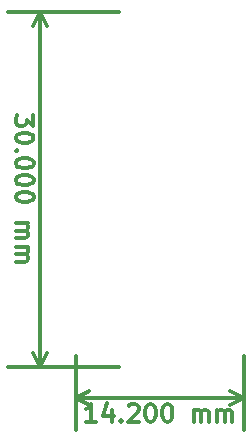
<source format=gbr>
G04 #@! TF.GenerationSoftware,KiCad,Pcbnew,no-vcs-found-ac9fc94~61~ubuntu14.04.1*
G04 #@! TF.CreationDate,2018-02-15T07:09:20+01:00*
G04 #@! TF.ProjectId,usd-adapter,7573642D616461707465722E6B696361,1*
G04 #@! TF.SameCoordinates,Original*
G04 #@! TF.FileFunction,Drawing*
%FSLAX46Y46*%
G04 Gerber Fmt 4.6, Leading zero omitted, Abs format (unit mm)*
G04 Created by KiCad (PCBNEW no-vcs-found-ac9fc94~61~ubuntu14.04.1) date Thu Feb 15 07:09:20 2018*
%MOMM*%
%LPD*%
G01*
G04 APERTURE LIST*
%ADD10C,0.300000*%
G04 APERTURE END LIST*
D10*
X139827238Y-93729103D02*
X139827857Y-94657674D01*
X139256096Y-94158055D01*
X139256239Y-94372341D01*
X139184905Y-94515246D01*
X139113524Y-94586722D01*
X138970715Y-94658246D01*
X138613572Y-94658484D01*
X138470667Y-94587150D01*
X138399191Y-94515769D01*
X138327667Y-94372960D01*
X138327382Y-93944389D01*
X138398715Y-93801484D01*
X138470096Y-93730008D01*
X139828477Y-95586245D02*
X139828572Y-95729103D01*
X139757238Y-95872007D01*
X139685857Y-95943483D01*
X139543048Y-96015007D01*
X139257381Y-96086626D01*
X138900239Y-96086864D01*
X138614477Y-96015626D01*
X138471572Y-95944293D01*
X138400096Y-95872912D01*
X138328572Y-95730103D01*
X138328477Y-95587245D01*
X138399810Y-95444341D01*
X138471191Y-95372865D01*
X138614001Y-95301341D01*
X138899667Y-95229722D01*
X139256810Y-95229484D01*
X139542572Y-95300722D01*
X139685477Y-95372055D01*
X139756953Y-95443436D01*
X139828477Y-95586245D01*
X138472096Y-96730007D02*
X138400715Y-96801483D01*
X138329239Y-96730102D01*
X138400620Y-96658626D01*
X138472096Y-96730007D01*
X138329239Y-96730102D01*
X139829905Y-97729102D02*
X139830000Y-97871959D01*
X139758667Y-98014864D01*
X139687286Y-98086340D01*
X139544477Y-98157864D01*
X139258810Y-98229483D01*
X138901667Y-98229721D01*
X138615905Y-98158483D01*
X138473001Y-98087150D01*
X138401524Y-98015769D01*
X138330001Y-97872959D01*
X138329905Y-97730102D01*
X138401239Y-97587197D01*
X138472620Y-97515721D01*
X138615429Y-97444197D01*
X138901096Y-97372578D01*
X139258239Y-97372340D01*
X139544000Y-97443578D01*
X139686905Y-97514912D01*
X139758381Y-97586293D01*
X139829905Y-97729102D01*
X139830857Y-99157673D02*
X139830953Y-99300530D01*
X139759619Y-99443435D01*
X139688238Y-99514911D01*
X139545429Y-99586435D01*
X139259762Y-99658054D01*
X138902620Y-99658292D01*
X138616858Y-99587054D01*
X138473953Y-99515721D01*
X138402477Y-99444340D01*
X138330953Y-99301530D01*
X138330858Y-99158673D01*
X138402191Y-99015768D01*
X138473572Y-98944292D01*
X138616382Y-98872769D01*
X138902048Y-98801149D01*
X139259191Y-98800911D01*
X139544953Y-98872149D01*
X139687857Y-98943483D01*
X139759334Y-99014864D01*
X139830857Y-99157673D01*
X139831810Y-100586244D02*
X139831905Y-100729101D01*
X139760572Y-100872006D01*
X139689191Y-100943482D01*
X139546381Y-101015006D01*
X139260715Y-101086625D01*
X138903572Y-101086863D01*
X138617810Y-101015625D01*
X138474905Y-100944292D01*
X138403429Y-100872911D01*
X138331905Y-100730101D01*
X138331810Y-100587244D01*
X138403143Y-100444340D01*
X138474524Y-100372863D01*
X138617334Y-100301340D01*
X138903001Y-100229721D01*
X139260143Y-100229483D01*
X139545905Y-100300721D01*
X139688810Y-100372054D01*
X139760286Y-100443435D01*
X139831810Y-100586244D01*
X138333334Y-102872958D02*
X139333334Y-102872291D01*
X139190477Y-102872387D02*
X139261953Y-102943768D01*
X139333477Y-103086577D01*
X139333619Y-103300863D01*
X139262286Y-103443768D01*
X139119477Y-103515291D01*
X138333763Y-103515815D01*
X139119477Y-103515291D02*
X139262381Y-103586625D01*
X139333905Y-103729434D01*
X139334048Y-103943720D01*
X139262715Y-104086625D01*
X139119905Y-104158148D01*
X138334191Y-104158672D01*
X138334667Y-104872958D02*
X139334667Y-104872291D01*
X139191810Y-104872386D02*
X139263286Y-104943767D01*
X139334810Y-105086577D01*
X139334953Y-105300862D01*
X139263619Y-105443767D01*
X139120810Y-105515291D01*
X138335096Y-105515815D01*
X139120810Y-105515291D02*
X139263715Y-105586624D01*
X139335239Y-105729434D01*
X139335381Y-105943719D01*
X139264048Y-106086624D01*
X139121239Y-106158148D01*
X138335524Y-106158672D01*
X140350001Y-85014461D02*
X140370001Y-115014467D01*
X147050000Y-85009994D02*
X137650002Y-85016261D01*
X147070000Y-115010000D02*
X137670002Y-115016267D01*
X140370001Y-115014467D02*
X139782829Y-113888354D01*
X140370001Y-115014467D02*
X140955671Y-113887573D01*
X140350001Y-85014461D02*
X139764331Y-86141355D01*
X140350001Y-85014461D02*
X140937173Y-86140574D01*
X145162857Y-119688571D02*
X144305714Y-119688571D01*
X144734285Y-119688571D02*
X144734285Y-118188571D01*
X144591428Y-118402857D01*
X144448571Y-118545714D01*
X144305714Y-118617142D01*
X146448571Y-118688571D02*
X146448571Y-119688571D01*
X146091428Y-118117142D02*
X145734285Y-119188571D01*
X146662857Y-119188571D01*
X147234285Y-119545714D02*
X147305714Y-119617142D01*
X147234285Y-119688571D01*
X147162857Y-119617142D01*
X147234285Y-119545714D01*
X147234285Y-119688571D01*
X147877142Y-118331428D02*
X147948571Y-118260000D01*
X148091428Y-118188571D01*
X148448571Y-118188571D01*
X148591428Y-118260000D01*
X148662857Y-118331428D01*
X148734285Y-118474285D01*
X148734285Y-118617142D01*
X148662857Y-118831428D01*
X147805714Y-119688571D01*
X148734285Y-119688571D01*
X149662857Y-118188571D02*
X149805714Y-118188571D01*
X149948571Y-118260000D01*
X150020000Y-118331428D01*
X150091428Y-118474285D01*
X150162857Y-118760000D01*
X150162857Y-119117142D01*
X150091428Y-119402857D01*
X150020000Y-119545714D01*
X149948571Y-119617142D01*
X149805714Y-119688571D01*
X149662857Y-119688571D01*
X149520000Y-119617142D01*
X149448571Y-119545714D01*
X149377142Y-119402857D01*
X149305714Y-119117142D01*
X149305714Y-118760000D01*
X149377142Y-118474285D01*
X149448571Y-118331428D01*
X149520000Y-118260000D01*
X149662857Y-118188571D01*
X151091428Y-118188571D02*
X151234285Y-118188571D01*
X151377142Y-118260000D01*
X151448571Y-118331428D01*
X151520000Y-118474285D01*
X151591428Y-118760000D01*
X151591428Y-119117142D01*
X151520000Y-119402857D01*
X151448571Y-119545714D01*
X151377142Y-119617142D01*
X151234285Y-119688571D01*
X151091428Y-119688571D01*
X150948571Y-119617142D01*
X150877142Y-119545714D01*
X150805714Y-119402857D01*
X150734285Y-119117142D01*
X150734285Y-118760000D01*
X150805714Y-118474285D01*
X150877142Y-118331428D01*
X150948571Y-118260000D01*
X151091428Y-118188571D01*
X153377142Y-119688571D02*
X153377142Y-118688571D01*
X153377142Y-118831428D02*
X153448571Y-118760000D01*
X153591428Y-118688571D01*
X153805714Y-118688571D01*
X153948571Y-118760000D01*
X154020000Y-118902857D01*
X154020000Y-119688571D01*
X154020000Y-118902857D02*
X154091428Y-118760000D01*
X154234285Y-118688571D01*
X154448571Y-118688571D01*
X154591428Y-118760000D01*
X154662857Y-118902857D01*
X154662857Y-119688571D01*
X155377142Y-119688571D02*
X155377142Y-118688571D01*
X155377142Y-118831428D02*
X155448571Y-118760000D01*
X155591428Y-118688571D01*
X155805714Y-118688571D01*
X155948571Y-118760000D01*
X156020000Y-118902857D01*
X156020000Y-119688571D01*
X156020000Y-118902857D02*
X156091428Y-118760000D01*
X156234285Y-118688571D01*
X156448571Y-118688571D01*
X156591428Y-118760000D01*
X156662857Y-118902857D01*
X156662857Y-119688571D01*
X143420000Y-117660000D02*
X157620000Y-117660000D01*
X143420000Y-114160000D02*
X143420000Y-120360000D01*
X157620000Y-114160000D02*
X157620000Y-120360000D01*
X157620000Y-117660000D02*
X156493496Y-118246421D01*
X157620000Y-117660000D02*
X156493496Y-117073579D01*
X143420000Y-117660000D02*
X144546504Y-118246421D01*
X143420000Y-117660000D02*
X144546504Y-117073579D01*
M02*

</source>
